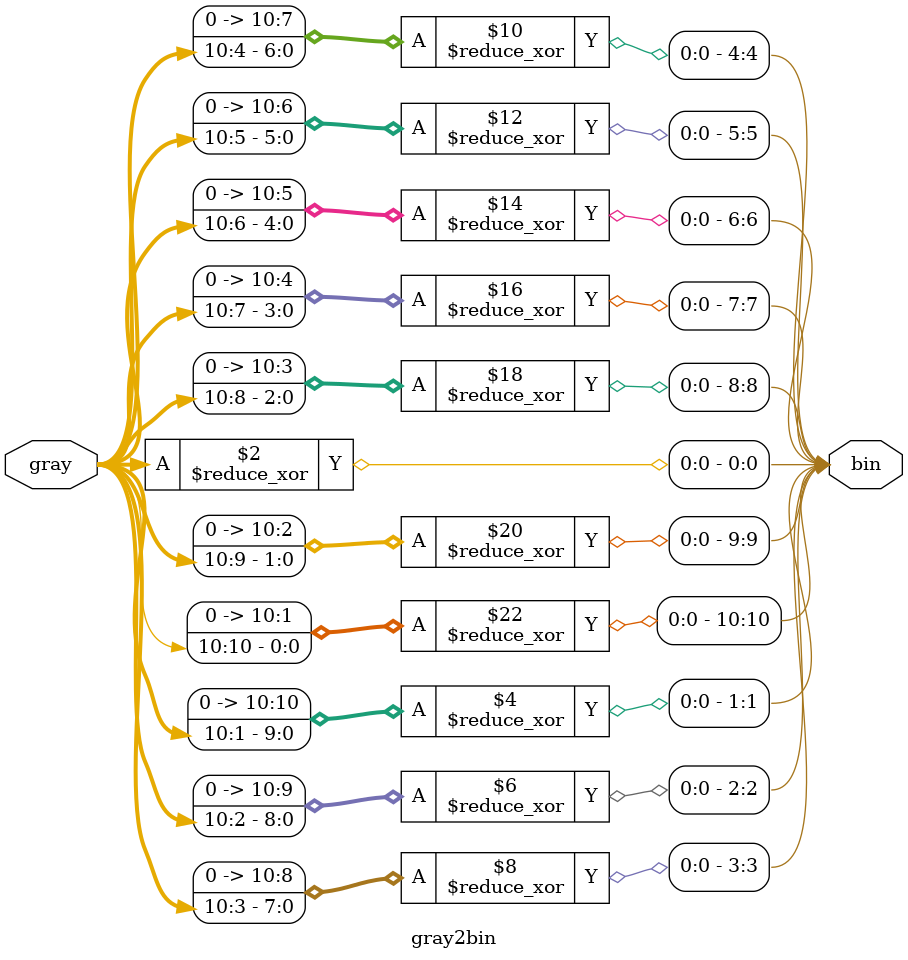
<source format=v>
`timescale 1ns / 1ps


module gray2bin #(parameter
    ptrsize = 10
)(
    input  [ptrsize:0] gray,
    output [ptrsize:0] bin);

    genvar i;
    generate 
        for(i=0;i<=ptrsize;i=i+1) begin
            assign bin[i] = ^(gray >> i);
        end
    endgenerate
endmodule

    

</source>
